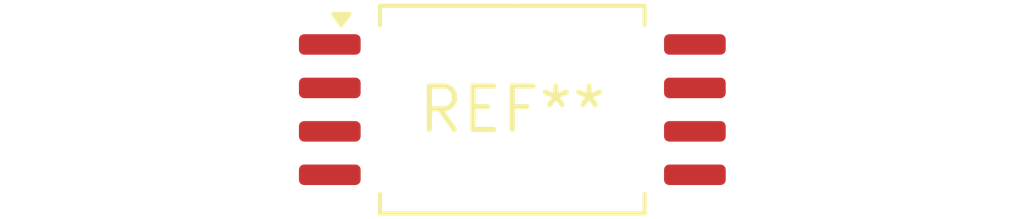
<source format=kicad_pcb>
(kicad_pcb (version 20240108) (generator pcbnew)
  (layers (0 "F.Cu" signal) (31 "B.Cu" signal) (34 "B.Paste" user) (35 "F.Paste" user) (36 "B.SilkS" user "B.Silkscreen") (37 "F.SilkS" user "F.Silkscreen") (38 "B.Mask" user) (39 "F.Mask" user) (44 "Edge.Cuts" user))
  (net 0 "")
  (footprint "SOIC-8_7.5x5.85mm_P1.27mm" (layer "F.Cu") (at 0 0)
    (property "Reference" "REF**")
    (property "Value" "SOIC-8_7.5x5.85mm_P1.27mm")
    (fp_line (start -3.86 -3.035) (end -3.86 -2.465) (layer "F.SilkS") (stroke (width 0.12)))
    (fp_line (start -3.86 3.035) (end -3.86 2.465) (layer "F.SilkS") (stroke (width 0.12)))
    (fp_line (start 0 -3.035) (end -3.86 -3.035) (layer "F.SilkS") (stroke (width 0.12)))
    (fp_line (start 0 -3.035) (end 3.86 -3.035) (layer "F.SilkS") (stroke (width 0.12)))
    (fp_line (start 0 3.035) (end -3.86 3.035) (layer "F.SilkS") (stroke (width 0.12)))
    (fp_line (start 0 3.035) (end 3.86 3.035) (layer "F.SilkS") (stroke (width 0.12)))
    (fp_line (start 3.86 -3.035) (end 3.86 -2.465) (layer "F.SilkS") (stroke (width 0.12)))
    (fp_line (start 3.86 3.035) (end 3.86 2.465) (layer "F.SilkS") (stroke (width 0.12)))
    (fp_poly (pts (xy -4.9875 -2.465) (xy -5.2275 -2.795) (xy -4.7475 -2.795) (xy -4.9875 -2.465)) (layer "F.SilkS") (stroke (width 0.12)) (fill solid))
    (pad "1" smd roundrect (at -5.325 -1.905) (size 1.8 0.6) (layers "F.Cu" "F.Paste" "F.Mask"))
    (pad "2" smd roundrect (at -5.325 -0.635) (size 1.8 0.6) (layers "F.Cu" "F.Paste" "F.Mask"))
    (pad "3" smd roundrect (at -5.325 0.635) (size 1.8 0.6) (layers "F.Cu" "F.Paste" "F.Mask"))
    (pad "4" smd roundrect (at -5.325 1.905) (size 1.8 0.6) (layers "F.Cu" "F.Paste" "F.Mask"))
    (pad "5" smd roundrect (at 5.325 1.905) (size 1.8 0.6) (layers "F.Cu" "F.Paste" "F.Mask"))
    (pad "6" smd roundrect (at 5.325 0.635) (size 1.8 0.6) (layers "F.Cu" "F.Paste" "F.Mask"))
    (pad "7" smd roundrect (at 5.325 -0.635) (size 1.8 0.6) (layers "F.Cu" "F.Paste" "F.Mask"))
    (pad "8" smd roundrect (at 5.325 -1.905) (size 1.8 0.6) (layers "F.Cu" "F.Paste" "F.Mask"))
  )
)
</source>
